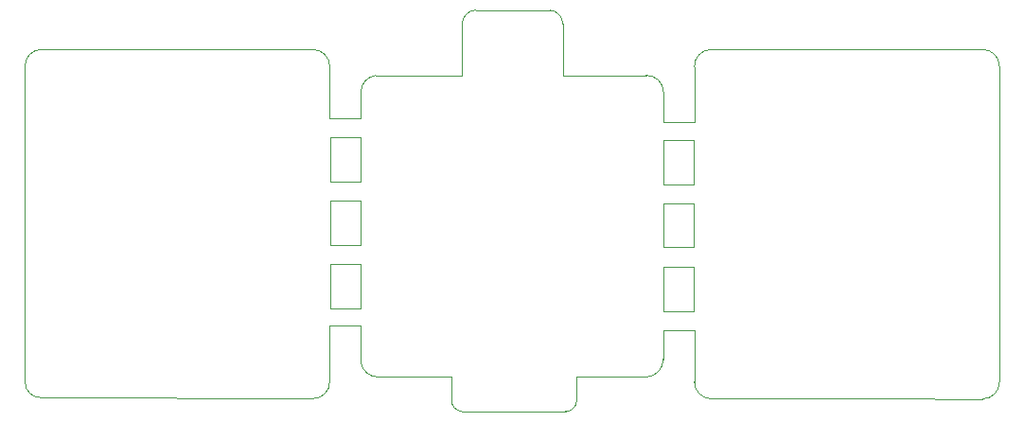
<source format=gm1>
%TF.GenerationSoftware,KiCad,Pcbnew,(6.0.9)*%
%TF.CreationDate,2022-11-23T18:12:37+08:00*%
%TF.ProjectId,UINIO-Cubic-Prism,55494e49-4f2d-4437-9562-69632d507269,UinIO.com*%
%TF.SameCoordinates,Original*%
%TF.FileFunction,Profile,NP*%
%FSLAX46Y46*%
G04 Gerber Fmt 4.6, Leading zero omitted, Abs format (unit mm)*
G04 Created by KiCad (PCBNEW (6.0.9)) date 2022-11-23 18:12:37*
%MOMM*%
%LPD*%
G01*
G04 APERTURE LIST*
%TA.AperFunction,Profile*%
%ADD10C,0.100000*%
%TD*%
G04 APERTURE END LIST*
D10*
X165206519Y-117267215D02*
X165206519Y-112617215D01*
X115486478Y-87519999D02*
X106816519Y-87517215D01*
X131091519Y-118760779D02*
X106781519Y-118693652D01*
X162436519Y-94047215D02*
X162436519Y-91367215D01*
X165206519Y-112617215D02*
X162426519Y-112617215D01*
X136691519Y-89844261D02*
X144431519Y-89844261D01*
X166706600Y-87531602D02*
G75*
G03*
X165206519Y-89102215I-5200J-1496698D01*
G01*
X145681518Y-84004291D02*
G75*
G03*
X144430752Y-85164261I6482J-1261309D01*
G01*
X160911519Y-116834267D02*
G75*
G03*
X162426519Y-115247215I-68019J1581567D01*
G01*
X145681518Y-84004261D02*
X152273136Y-84001266D01*
X143491549Y-118914262D02*
G75*
G03*
X144411519Y-119914261I964851J-35538D01*
G01*
X192492086Y-89027296D02*
X192496438Y-117242782D01*
X132581469Y-89050169D02*
G75*
G03*
X131051520Y-87530169I-1519269J769D01*
G01*
X131051520Y-87530169D02*
X122076478Y-87519999D01*
X132581520Y-89050169D02*
X132581520Y-93700169D01*
X105320939Y-117282701D02*
G75*
G03*
X106781519Y-118693652I1407061J-4899D01*
G01*
X192492078Y-89027296D02*
G75*
G03*
X190942086Y-87527296I-1495778J5196D01*
G01*
X132581520Y-93700169D02*
X135361520Y-93700169D01*
X190996438Y-118792712D02*
G75*
G03*
X192496438Y-117242782I5262J1495712D01*
G01*
X165206446Y-117267215D02*
G75*
G03*
X166736519Y-118787215I1519154J-885D01*
G01*
X154671519Y-116836261D02*
X160911519Y-116834261D01*
X162436547Y-91367215D02*
G75*
G03*
X160881519Y-89844261I-1500647J23115D01*
G01*
X136886111Y-116832431D02*
X143495519Y-116836261D01*
X162416519Y-110947215D02*
X165156519Y-110947215D01*
X165156519Y-110947215D02*
X165156519Y-106987215D01*
X165156519Y-106987215D02*
X162416519Y-106987215D01*
X162416519Y-106987215D02*
X162416519Y-110947215D01*
X144431519Y-89844261D02*
X144430752Y-85164261D01*
X166736519Y-118787215D02*
X175786519Y-118787215D01*
X166706600Y-87531648D02*
X190942086Y-87527296D01*
X135371520Y-95370169D02*
X132631520Y-95370169D01*
X132631520Y-95370169D02*
X132631520Y-99330169D01*
X132631520Y-99330169D02*
X135371520Y-99330169D01*
X135371520Y-99330169D02*
X135371520Y-95370169D01*
X162416519Y-105237215D02*
X165156519Y-105237215D01*
X165156519Y-105237215D02*
X165156519Y-101277215D01*
X165156519Y-101277215D02*
X162416519Y-101277215D01*
X162416519Y-101277215D02*
X162416519Y-105237215D01*
X132581520Y-112270169D02*
X132581520Y-117215169D01*
X182376519Y-118787215D02*
X190996438Y-118792782D01*
X135361520Y-93700169D02*
X135366519Y-91307215D01*
X105320871Y-117282701D02*
X105316519Y-89067215D01*
X154671519Y-118994261D02*
X154671519Y-116836261D01*
X153431519Y-89844261D02*
X160881519Y-89844261D01*
X182376519Y-118787215D02*
X175786519Y-118787215D01*
X135366517Y-115507215D02*
G75*
G03*
X136886111Y-116832431I1518183J207015D01*
G01*
X131091519Y-118760797D02*
G75*
G03*
X132581520Y-117215169I18781J1472897D01*
G01*
X136691510Y-89844200D02*
G75*
G03*
X135366519Y-91307215I225690J-1535900D01*
G01*
X153437519Y-85262033D02*
G75*
G03*
X152273136Y-84001266I-1266019J-1167D01*
G01*
X132581520Y-112270169D02*
X135351520Y-112270169D01*
X162416519Y-99577215D02*
X165156519Y-99577215D01*
X165156519Y-99577215D02*
X165156519Y-95617215D01*
X165156519Y-95617215D02*
X162416519Y-95617215D01*
X162416519Y-95617215D02*
X162416519Y-99577215D01*
X106816519Y-87517245D02*
G75*
G03*
X105316519Y-89067215I-5219J-1495755D01*
G01*
X115486478Y-87519999D02*
X122076478Y-87519999D01*
X165206519Y-94047215D02*
X165206519Y-89102215D01*
X153671517Y-119914310D02*
G75*
G03*
X154671519Y-118994261I35483J964910D01*
G01*
X135351520Y-112270169D02*
X135366519Y-115507215D01*
X143495519Y-116836261D02*
X143491519Y-118914261D01*
X162426519Y-115247215D02*
X162426519Y-112617215D01*
X165206519Y-94047215D02*
X162436519Y-94047215D01*
X144411519Y-119914261D02*
X153671519Y-119914261D01*
X135371520Y-106740169D02*
X132631520Y-106740169D01*
X132631520Y-106740169D02*
X132631520Y-110700169D01*
X132631520Y-110700169D02*
X135371520Y-110700169D01*
X135371520Y-110700169D02*
X135371520Y-106740169D01*
X135371520Y-101080169D02*
X132631520Y-101080169D01*
X132631520Y-101080169D02*
X132631520Y-105040169D01*
X132631520Y-105040169D02*
X135371520Y-105040169D01*
X135371520Y-105040169D02*
X135371520Y-101080169D01*
X153437450Y-85262033D02*
X153431519Y-89844261D01*
M02*

</source>
